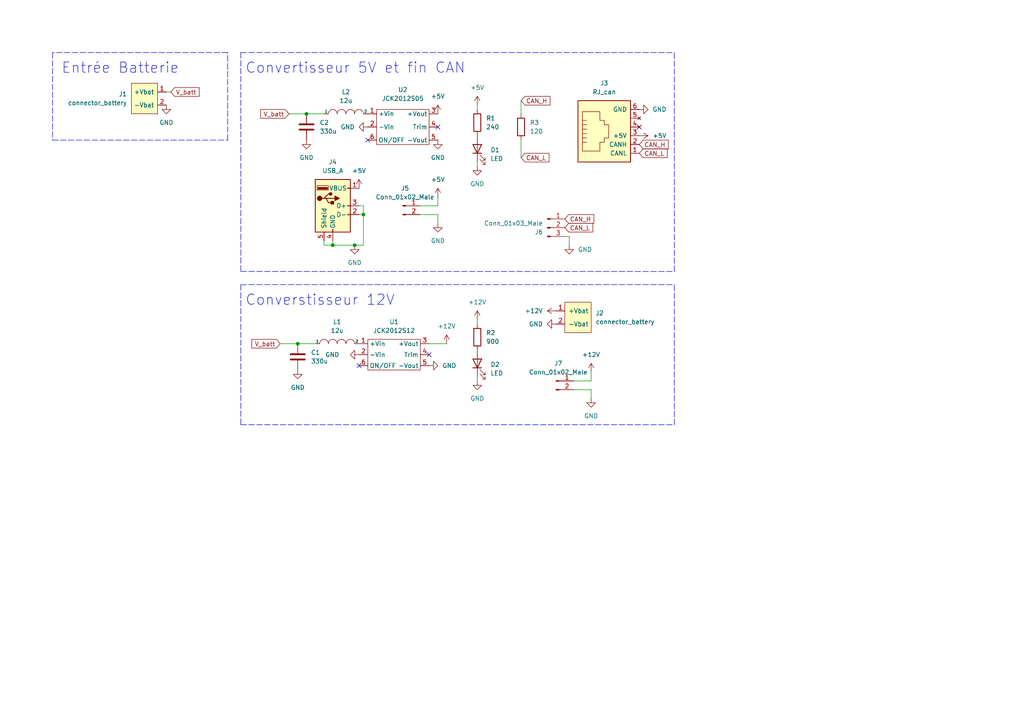
<source format=kicad_sch>
(kicad_sch (version 20211123) (generator eeschema)
  (paper "A4")
  (title_block (title "Carte Alimentation 2022") (date "2022-07-09") (rev "BAC") (company "Club Robot") (comment 1 "Andrea Pérez Fernández"))
  (lib_symbols
    (symbol "Connector:Conn_01x02_Male" (pin_names (offset 1.016) hide)
      (property "Reference" "J" (at 0 2.54 0))
      (property "Value" "Conn_01x02_Male" (at 0 -5.08 0))
      (symbol "Conn_01x02_Male_1_1"
        (polyline (pts (xy 1.27 -2.54) (xy 0.8636 -2.54)) (stroke (width 0.1524)))
        (polyline (pts (xy 1.27 0) (xy 0.8636 0)) (stroke (width 0.1524)))
        (rectangle (start 0.8636 -2.413) (end 0 -2.667) (stroke (width 0.1524)) (fill (type outline)))
        (rectangle (start 0.8636 0.127) (end 0 -0.127) (stroke (width 0.1524)) (fill (type outline)))
        (pin passive line (at 5.08 0 180) (length 3.81) (name "Pin_1") (number "1"))
        (pin passive line (at 5.08 -2.54 180) (length 3.81) (name "Pin_2") (number "2"))
      )
    )
    (symbol "Connector:Conn_01x03_Male" (pin_names (offset 1.016) hide)
      (property "Reference" "J" (at 0 5.08 0))
      (property "Value" "Conn_01x03_Male" (at 0 -5.08 0))
      (symbol "Conn_01x03_Male_1_1"
        (polyline (pts (xy 1.27 -2.54) (xy 0.8636 -2.54)) (stroke (width 0.1524)))
        (polyline (pts (xy 1.27 0) (xy 0.8636 0)) (stroke (width 0.1524)))
        (polyline (pts (xy 1.27 2.54) (xy 0.8636 2.54)) (stroke (width 0.1524)))
        (rectangle (start 0.8636 -2.413) (end 0 -2.667) (stroke (width 0.1524)) (fill (type outline)))
        (rectangle (start 0.8636 0.127) (end 0 -0.127) (stroke (width 0.1524)) (fill (type outline)))
        (rectangle (start 0.8636 2.667) (end 0 2.413) (stroke (width 0.1524)) (fill (type outline)))
        (pin passive line (at 5.08 2.54 180) (length 3.81) (name "Pin_1") (number "1"))
        (pin passive line (at 5.08 0 180) (length 3.81) (name "Pin_2") (number "2"))
        (pin passive line (at 5.08 -2.54 180) (length 3.81) (name "Pin_3") (number "3"))
      )
    )
    (symbol "Connector:USB_A" (pin_names (offset 1.016))
      (property "Reference" "J" (at -5.08 11.43 0))
      (property "Value" "USB_A" (at -5.08 8.89 0))
      (symbol "USB_A_0_1"
        (rectangle (start -5.08 -7.62) (end 5.08 7.62) (stroke (width 0.254)) (fill (type background)))
        (circle (center -3.81 2.159) (radius 0.635) (stroke (width 0.254)) (fill (type outline)))
        (rectangle (start -1.524 4.826) (end -4.318 5.334) (fill (type outline)))
        (rectangle (start -1.27 4.572) (end -4.572 5.842))
        (circle (center -0.635 3.429) (radius 0.381) (stroke (width 0.254)) (fill (type outline)))
        (rectangle (start -0.127 -7.62) (end 0.127 -6.858))
        (polyline (pts (xy -3.175 2.159) (xy -2.54 2.159) (xy -1.27 3.429) (xy -0.635 3.429)) (stroke (width 0.254)))
        (polyline (pts (xy -2.54 2.159) (xy -1.905 2.159) (xy -1.27 0.889) (xy 0 0.889)) (stroke (width 0.254)))
        (polyline (pts (xy 0.635 2.794) (xy 0.635 1.524) (xy 1.905 2.159) (xy 0.635 2.794)) (stroke (width 0.254)) (fill (type outline)))
        (rectangle (start 0.254 1.27) (end -0.508 0.508) (stroke (width 0.254)) (fill (type outline)))
        (rectangle (start 5.08 -2.667) (end 4.318 -2.413))
        (rectangle (start 5.08 -0.127) (end 4.318 0.127))
        (rectangle (start 5.08 4.953) (end 4.318 5.207))
      )
      (symbol "USB_A_1_1"
        (polyline (pts (xy -1.905 2.159) (xy 0.635 2.159)) (stroke (width 0.254)))
        (pin power_in line (at 7.62 5.08 180) (length 2.54) (name "VBUS") (number "1"))
        (pin bidirectional line (at 7.62 -2.54 180) (length 2.54) (name "D-") (number "2"))
        (pin bidirectional line (at 7.62 0 180) (length 2.54) (name "D+") (number "3"))
        (pin power_in line (at 0 -10.16 90) (length 2.54) (name "GND") (number "4"))
        (pin passive line (at -2.54 -10.16 90) (length 2.54) (name "Shield") (number "5"))
      )
    )
    (symbol "Device:C" (pin_numbers hide) (pin_names (offset 0.254))
      (property "Reference" "C" (at 0.635 2.54 0))
      (property "Value" "C" (at 0.635 -2.54 0))
      (symbol "C_0_1"
        (polyline (pts (xy -2.032 -0.762) (xy 2.032 -0.762)) (stroke (width 0.508)))
        (polyline (pts (xy -2.032 0.762) (xy 2.032 0.762)) (stroke (width 0.508)))
      )
      (symbol "C_1_1"
        (pin passive line (at 0 3.81 270) (length 2.794) (name "~") (number "1"))
        (pin passive line (at 0 -3.81 90) (length 2.794) (name "~") (number "2"))
      )
    )
    (symbol "Device:LED" (pin_numbers hide) (pin_names (offset 1.016) hide)
      (property "Reference" "D" (at 0 2.54 0))
      (property "Value" "LED" (at 0 -2.54 0))
      (symbol "LED_0_1"
        (polyline (pts (xy -1.27 -1.27) (xy -1.27 1.27)) (stroke (width 0.254)))
        (polyline (pts (xy -1.27 0) (xy 1.27 0)))
        (polyline (pts (xy 1.27 -1.27) (xy 1.27 1.27) (xy -1.27 0) (xy 1.27 -1.27)) (stroke (width 0.254)))
        (polyline (pts (xy -3.048 -0.762) (xy -4.572 -2.286) (xy -3.81 -2.286) (xy -4.572 -2.286) (xy -4.572 -1.524)))
        (polyline (pts (xy -1.778 -0.762) (xy -3.302 -2.286) (xy -2.54 -2.286) (xy -3.302 -2.286) (xy -3.302 -1.524)))
      )
      (symbol "LED_1_1"
        (pin passive line (at -3.81 0 0) (length 2.54) (name "K") (number "1"))
        (pin passive line (at 3.81 0 180) (length 2.54) (name "A") (number "2"))
      )
    )
    (symbol "Device:R" (pin_numbers hide) (pin_names (offset 0))
      (property "Reference" "R" (at 2.032 0 90))
      (property "Value" "R" (at 0 0 90))
      (symbol "R_0_1"
        (rectangle (start -1.016 -2.54) (end 1.016 2.54) (stroke (width 0.254)))
      )
      (symbol "R_1_1"
        (pin passive line (at 0 3.81 270) (length 1.27) (name "~") (number "1"))
        (pin passive line (at 0 -3.81 90) (length 1.27) (name "~") (number "2"))
      )
    )
    (symbol "Robot:JCK2012S05"
      (property "Reference" "U" (at 0 5.715 0))
      (property "Value" "JCK2012S05" (at 0 7.62 0))
      (symbol "JCK2012S05_0_1"
        (rectangle (start -7.62 5.08) (end 7.62 -5.08))
      )
      (symbol "JCK2012S05_1_1"
        (pin power_in line (at -10.16 3.81 0) (length 2.54) (name "+Vin") (number "1"))
        (pin power_in line (at -10.16 0 0) (length 2.54) (name "-Vin") (number "2"))
        (pin power_out line (at 10.16 3.81 180) (length 2.54) (name "+Vout") (number "3"))
        (pin bidirectional line (at 10.16 0 180) (length 2.54) (name "Trim") (number "4"))
        (pin power_out line (at 10.16 -3.81 180) (length 2.54) (name "-Vout") (number "5"))
        (pin bidirectional line (at -10.16 -3.81 0) (length 2.54) (name "ON/OFF") (number "6"))
      )
    )
    (symbol "Robot:JCK2012S12"
      (property "Reference" "U" (at 0 5.715 0))
      (property "Value" "JCK2012S12" (at 0 7.62 0))
      (symbol "JCK2012S12_0_1"
        (rectangle (start 7.62 -4.445) (end -7.62 4.445))
      )
      (symbol "JCK2012S12_1_1"
        (pin power_in line (at -10.16 3.175 0) (length 2.54) (name "+Vin") (number "1"))
        (pin power_in line (at -10.16 0 0) (length 2.54) (name "-Vin") (number "2"))
        (pin power_out line (at 10.16 3.175 180) (length 2.54) (name "+Vout") (number "3"))
        (pin bidirectional line (at 10.16 0 180) (length 2.54) (name "Trim") (number "4"))
        (pin power_out line (at 10.16 -3.175 180) (length 2.54) (name "-Vout") (number "5"))
        (pin bidirectional line (at -10.16 -3.175 0) (length 2.54) (name "ON/OFF") (number "6"))
      )
    )
    (symbol "Robot:RJ_can" (pin_names (offset 1.016))
      (property "Reference" "J1" (at 0 15.24 0))
      (property "Value" "RJ_can" (at 0 12.7 0))
      (symbol "RJ_can_0_1"
        (polyline (pts (xy -6.35 -1.905) (xy -5.08 -1.905) (xy -5.08 -1.905)))
        (polyline (pts (xy -6.35 -0.635) (xy -5.08 -0.635) (xy -5.08 -0.635)))
        (polyline (pts (xy -6.35 0.635) (xy -5.08 0.635) (xy -5.08 0.635)))
        (polyline (pts (xy -6.35 1.905) (xy -5.08 1.905) (xy -5.08 1.905)))
        (polyline (pts (xy -6.35 3.175) (xy -5.08 3.175) (xy -5.08 3.175)))
        (polyline (pts (xy -5.08 4.445) (xy -6.35 4.445) (xy -6.35 4.445)))
        (polyline (pts (xy -6.35 -4.445) (xy -6.35 6.985) (xy -1.27 6.985) (xy -1.27 4.445) (xy 0 4.445) (xy 0 3.175) (xy 1.27 3.175) (xy 1.27 -0.635) (xy 0 -0.635) (xy 0 -1.905) (xy -1.27 -1.905) (xy -1.27 -4.445) (xy -6.35 -4.445) (xy -6.35 -4.445)))
        (rectangle (start 7.62 10.16) (end -7.62 -7.62) (stroke (width 0.254)) (fill (type background)))
      )
      (symbol "RJ_can_1_1"
        (pin bidirectional line (at 10.16 -5.08 180) (length 2.54) (name "CANL") (number "1"))
        (pin passive line (at 10.16 -2.54 180) (length 2.54) (name "CANH") (number "2"))
        (pin power_out line (at 10.16 0 180) (length 2.54) (name "+5V") (number "3"))
        (pin no_connect line (at 10.16 2.54 180) (length 2.54) (name "") (number "4"))
        (pin no_connect line (at 10.16 5.08 180) (length 2.54) (name "~") (number "5"))
        (pin power_out line (at 10.16 7.62 180) (length 2.54) (name "GND") (number "6"))
      )
    )
    (symbol "Robot:connector_battery" (pin_names (offset 1))
      (property "Reference" "J" (at 0 0 0))
      (property "Value" "connector_battery" (at 0 1.905 0))
      (symbol "connector_battery_0_1"
        (rectangle (start -6.35 -1.27) (end 1.27 -10.16) (fill (type background)))
      )
      (symbol "connector_battery_1_1"
        (pin power_out line (at 3.81 -3.81 180) (length 2.54) (name "+Vbat") (number "1"))
        (pin power_out line (at 3.81 -7.62 180) (length 2.54) (name "-Vbat") (number "2"))
      )
    )
    (symbol "power:+12V" (power) (pin_names (offset 0))
      (property "Value" "+12V" (at 0 3.556 0))
      (symbol "+12V_0_1"
        (polyline (pts (xy -0.762 1.27) (xy 0 2.54)))
        (polyline (pts (xy 0 0) (xy 0 2.54)))
        (polyline (pts (xy 0 2.54) (xy 0.762 1.27)))
      )
      (symbol "+12V_1_1"
        (pin power_in line (at 0 0 90) (length 0) hide (name "+12V") (number "1"))
      )
    )
    (symbol "power:+5V" (power) (pin_names (offset 0))
      (property "Value" "+5V" (at 0 3.556 0))
      (symbol "+5V_0_1"
        (polyline (pts (xy -0.762 1.27) (xy 0 2.54)))
        (polyline (pts (xy 0 0) (xy 0 2.54)))
        (polyline (pts (xy 0 2.54) (xy 0.762 1.27)))
      )
      (symbol "+5V_1_1"
        (pin power_in line (at 0 0 90) (length 0) hide (name "+5V") (number "1"))
      )
    )
    (symbol "power:GND" (power) (pin_names (offset 0))
      (property "Value" "GND" (at 0 -3.81 0))
      (symbol "GND_0_1"
        (polyline (pts (xy 0 0) (xy 0 -1.27) (xy 1.27 -1.27) (xy 0 -2.54) (xy -1.27 -1.27) (xy 0 -1.27)))
      )
      (symbol "GND_1_1"
        (pin power_in line (at 0 0 270) (length 0) hide (name "GND") (number "1"))
      )
    )
    (symbol "pspice:INDUCTOR" (pin_numbers hide) (pin_names (offset 0))
      (property "Reference" "L" (at 0 2.54 0))
      (property "Value" "INDUCTOR" (at 0 -1.27 0))
      (symbol "INDUCTOR_0_1"
        (arc (start -2.54 0) (mid -3.81 1.27) (end -5.08 0))
        (arc (start 0 0) (mid -1.27 1.27) (end -2.54 0))
        (arc (start 2.54 0) (mid 1.27 1.27) (end 0 0))
        (arc (start 5.08 0) (mid 3.81 1.27) (end 2.54 0))
      )
      (symbol "INDUCTOR_1_1"
        (pin input line (at -6.35 0 0) (length 1.27) (name "1") (number "1"))
        (pin input line (at 6.35 0 180) (length 1.27) (name "2") (number "2"))
      )
    )
  )
  (junction (at 105.41 62.23))
  (junction (at 102.87 71.12))
  (junction (at 86.36 99.695))
  (junction (at 88.9 33.02))
  (junction (at 96.52 71.12))
  (no_connect (at 124.46 102.87))
  (no_connect (at 127 36.83))
  (no_connect (at 106.68 40.64))
  (no_connect (at 185.42 36.83))
  (no_connect (at 104.14 106.045))
  (wire (pts (xy 88.9 33.02) (xy 93.98 33.02)))
  (wire (pts (xy 138.43 92.71) (xy 138.43 93.98)))
  (wire (pts (xy 93.98 71.12) (xy 96.52 71.12)))
  (polyline (pts (xy 66.04 15.24) (xy 15.24 15.24)))
  (wire (pts (xy 151.13 40.64) (xy 151.13 45.72)))
  (wire (pts (xy 166.37 110.49) (xy 171.45 110.49)))
  (wire (pts (xy 105.41 62.23) (xy 105.41 59.69)))
  (wire (pts (xy 105.41 71.12) (xy 105.41 62.23)))
  (polyline (pts (xy 69.85 78.74) (xy 195.58 78.74)))
  (wire (pts (xy 165.1 71.12) (xy 165.1 68.58)))
  (wire (pts (xy 127 59.69) (xy 127 57.15)))
  (polyline (pts (xy 195.58 123.19) (xy 195.58 82.55)))
  (wire (pts (xy 96.52 71.12) (xy 96.52 69.85)))
  (wire (pts (xy 121.92 59.69) (xy 127 59.69)))
  (polyline (pts (xy 15.24 15.24) (xy 15.24 40.64)))
  (wire (pts (xy 49.53 26.67) (xy 48.26 26.67)))
  (wire (pts (xy 151.13 29.21) (xy 151.13 33.02)))
  (wire (pts (xy 138.43 48.26) (xy 138.43 46.99)))
  (polyline (pts (xy 69.85 15.24) (xy 69.85 78.74)))
  (polyline (pts (xy 69.85 123.19) (xy 195.58 123.19)))
  (wire (pts (xy 124.46 99.695) (xy 129.54 99.695)))
  (wire (pts (xy 171.45 110.49) (xy 171.45 107.95)))
  (wire (pts (xy 81.28 99.695) (xy 86.36 99.695)))
  (wire (pts (xy 96.52 71.12) (xy 102.87 71.12)))
  (wire (pts (xy 102.87 71.12) (xy 105.41 71.12)))
  (wire (pts (xy 104.14 62.23) (xy 105.41 62.23)))
  (wire (pts (xy 165.1 68.58) (xy 163.83 68.58)))
  (wire (pts (xy 127 62.23) (xy 127 64.77)))
  (polyline (pts (xy 195.58 78.74) (xy 195.58 15.24)))
  (polyline (pts (xy 66.04 40.64) (xy 66.04 15.24)))
  (wire (pts (xy 138.43 110.49) (xy 138.43 109.22)))
  (wire (pts (xy 138.43 30.48) (xy 138.43 31.75)))
  (wire (pts (xy 86.36 99.695) (xy 91.44 99.695)))
  (wire (pts (xy 93.98 69.85) (xy 93.98 71.12)))
  (wire (pts (xy 105.41 59.69) (xy 104.14 59.69)))
  (wire (pts (xy 121.92 62.23) (xy 127 62.23)))
  (wire (pts (xy 171.45 113.03) (xy 171.45 115.57)))
  (polyline (pts (xy 69.85 82.55) (xy 195.58 82.55)))
  (wire (pts (xy 83.82 33.02) (xy 88.9 33.02)))
  (polyline (pts (xy 69.85 15.24) (xy 195.58 15.24)))
  (polyline (pts (xy 69.85 82.55) (xy 69.85 123.19)))
  (wire (pts (xy 166.37 113.03) (xy 171.45 113.03)))
  (polyline (pts (xy 15.24 40.64) (xy 66.04 40.64)))
  (text "Convertisseur 5V et fin CAN\n" (at 71.12 21.59 0) (effects (font (size 3 3)) (justify left bottom)))
  (text "Converstisseur 12V" (at 71.12 88.9 0) (effects (font (size 3 3)) (justify left bottom)))
  (text "Entrée Batterie\n" (at 17.78 21.59 0) (effects (font (size 3 3)) (justify left bottom)))
  (global_label "V_batt" (shape input) (at 83.82 33.02 180) (property "Referencias entre hojas" "${INTERSHEET_REFS}" (effects hide)))
  (global_label "CAN_H" (shape input) (at 151.13 29.21 0) (property "Referencias entre hojas" "${INTERSHEET_REFS}" (effects hide)))
  (global_label "V_batt" (shape input) (at 81.28 99.695 180) (property "Referencias entre hojas" "${INTERSHEET_REFS}" (effects hide)))
  (global_label "CAN_H" (shape input) (at 163.83 63.5 0) (property "Referencias entre hojas" "${INTERSHEET_REFS}" (effects hide)))
  (global_label "CAN_L" (shape input) (at 163.83 66.04 0) (property "Referencias entre hojas" "${INTERSHEET_REFS}" (effects hide)))
  (global_label "CAN_L" (shape input) (at 151.13 45.72 0) (property "Referencias entre hojas" "${INTERSHEET_REFS}" (effects hide)))
  (global_label "CAN_L" (shape input) (at 185.42 44.45 0) (property "Referencias entre hojas" "${INTERSHEET_REFS}" (effects hide)))
  (global_label "V_batt" (shape input) (at 49.53 26.67 0) (property "Referencias entre hojas" "${INTERSHEET_REFS}" (effects hide)))
  (global_label "CAN_H" (shape input) (at 185.42 41.91 0) (property "Referencias entre hojas" "${INTERSHEET_REFS}" (effects hide)))
  (symbol (lib_id "Robot:JCK2012S05") (at 116.84 36.83 0) (unit 1)
    (property "Reference" "U2" (at 116.84 26.035 0))
    (property "Value" "JCK2012S05" (at 116.84 28.575 0))
    (property "Footprint" "Robot:JCK" (effects hide))
  )
  (symbol (lib_id "Robot:RJ_can") (at 175.26 39.37 0) (unit 1)
    (property "Reference" "J3" (at 175.26 24.13 0))
    (property "Value" "RJ_can" (at 175.26 26.67 0))
    (property "Footprint" "Robot:RJ12" (effects hide))
    (property "Datasheet" "https://www.notion.so/fb11deb952ea4e10a2e068dc0e72e040" (effects hide))
  )
  (symbol (lib_id "Device:R") (at 138.43 97.79 0) (unit 1)
    (property "Reference" "R2" (at 140.97 96.5199 0) (effects (justify left)))
    (property "Value" "900" (at 140.97 99.0599 0) (effects (justify left)))
    (property "Footprint" "Resistor_SMD:R_0805_2012Metric_Pad1.20x1.40mm_HandSolder" (effects hide))
  )
  (symbol (lib_id "Device:C") (at 86.36 103.505 0) (unit 1)
    (property "Reference" "C1" (at 90.17 102.2349 0) (effects (justify left)))
    (property "Value" "330u" (at 90.17 104.7749 0) (effects (justify left)))
    (property "Footprint" "Capacitor_THT:CP_Radial_D7.5mm_P2.50mm" (effects hide))
  )
  (symbol (lib_id "power:+5V") (at 104.14 54.61 0) (unit 1)
    (property "Reference" "#PWR02" (effects hide))
    (property "Value" "+5V" (at 104.14 49.53 0))
  )
  (symbol (lib_id "power:GND") (at 165.1 71.12 0) (unit 1)
    (property "Reference" "#PWR05" (effects hide))
    (property "Value" "GND" (at 167.64 72.3899 0) (effects (justify left)))
  )
  (symbol (lib_id "Device:R") (at 138.43 35.56 0) (unit 1)
    (property "Reference" "R1" (at 140.97 34.2899 0) (effects (justify left)))
    (property "Value" "240" (at 140.97 36.8299 0) (effects (justify left)))
    (property "Footprint" "Resistor_SMD:R_0805_2012Metric_Pad1.20x1.40mm_HandSolder" (effects hide))
  )
  (symbol (lib_id "Robot:JCK2012S12") (at 114.3 102.87 0) (unit 1)
    (property "Reference" "U1" (at 114.3 93.345 0))
    (property "Value" "JCK2012S12" (at 114.3 95.885 0))
    (property "Footprint" "Robot:JCK" (effects hide))
  )
  (symbol (lib_id "Device:R") (at 151.13 36.83 0) (unit 1)
    (property "Reference" "R3" (at 153.67 35.5599 0) (effects (justify left)))
    (property "Value" "120" (at 153.67 38.0999 0) (effects (justify left)))
    (property "Footprint" "Resistor_SMD:R_0805_2012Metric_Pad1.20x1.40mm_HandSolder" (effects hide))
  )
  (symbol (lib_id "power:GND") (at 138.43 110.49 0) (unit 1)
    (property "Reference" "#PWR0112" (effects hide))
    (property "Value" "GND" (at 138.43 115.57 0))
  )
  (symbol (lib_id "Connector:Conn_01x03_Male") (at 158.75 66.04 0) (unit 1)
    (property "Reference" "J6" (at 157.48 67.3101 0) (effects (justify right)))
    (property "Value" "Conn_01x03_Male" (at 157.48 64.7701 0) (effects (justify right)))
    (property "Footprint" "Connector_PinHeader_2.54mm:PinHeader_1x03_P2.54mm_Horizontal" (effects hide))
  )
  (symbol (lib_id "power:GND") (at 138.43 48.26 0) (unit 1)
    (property "Reference" "#PWR0115" (effects hide))
    (property "Value" "GND" (at 138.43 53.34 0))
  )
  (symbol (lib_id "power:+5V") (at 185.42 39.37 270) (unit 1)
    (property "Reference" "#PWR0116" (effects hide))
    (property "Value" "+5V" (at 189.23 39.3699 90) (effects (justify left)))
  )
  (symbol (lib_id "power:+12V") (at 129.54 99.695 0) (unit 1)
    (property "Reference" "#PWR0110" (effects hide))
    (property "Value" "+12V" (at 129.54 94.615 0))
  )
  (symbol (lib_id "power:+5V") (at 127 33.02 0) (unit 1)
    (property "Reference" "#PWR0104" (effects hide))
    (property "Value" "+5V" (at 127 27.94 0))
  )
  (symbol (lib_id "Connector:USB_A") (at 96.52 59.69 0) (unit 1)
    (property "Reference" "J4" (at 96.52 46.99 0))
    (property "Value" "USB_A" (at 96.52 49.53 0))
    (property "Footprint" "Robot:USB_A" (effects hide))
    (property "Datasheet" " ~" (effects hide))
  )
  (symbol (lib_id "power:GND") (at 104.14 102.87 270) (unit 1)
    (property "Reference" "#PWR0106" (effects hide))
    (property "Value" "GND" (at 98.425 102.8699 90) (effects (justify right)))
  )
  (symbol (lib_id "Robot:connector_battery") (at 44.45 22.86 0) (unit 1)
    (property "Reference" "J1" (at 36.83 27.3049 0) (effects (justify right)))
    (property "Value" "connector_battery" (at 36.83 29.8449 0) (effects (justify right)))
    (property "Footprint" "Robot:WR_TBL_3137_2pins" (effects hide))
  )
  (symbol (lib_id "power:+12V") (at 138.43 92.71 0) (unit 1)
    (property "Reference" "#PWR0111" (effects hide))
    (property "Value" "+12V" (at 138.43 87.63 0))
  )
  (symbol (lib_id "Device:LED") (at 138.43 43.18 90) (unit 1)
    (property "Reference" "D1" (at 142.24 43.4974 90) (effects (justify right)))
    (property "Value" "LED" (at 142.24 46.0374 90) (effects (justify right)))
    (property "Footprint" "LED_THT:LED_D5.0mm" (effects hide))
  )
  (symbol (lib_id "power:GND") (at 102.87 71.12 0) (unit 1)
    (property "Reference" "#PWR01" (effects hide))
    (property "Value" "GND" (at 102.87 76.2 0))
  )
  (symbol (lib_id "power:GND") (at 124.46 106.045 90) (unit 1)
    (property "Reference" "#PWR0109" (effects hide))
    (property "Value" "GND" (at 128.27 106.0449 90) (effects (justify right)))
  )
  (symbol (lib_id "Device:LED") (at 138.43 105.41 90) (unit 1)
    (property "Reference" "D2" (at 142.24 105.7274 90) (effects (justify right)))
    (property "Value" "LED" (at 142.24 108.2674 90) (effects (justify right)))
    (property "Footprint" "LED_THT:LED_D5.0mm" (effects hide))
  )
  (symbol (lib_id "power:GND") (at 86.36 107.315 0) (unit 1)
    (property "Reference" "#PWR0107" (effects hide))
    (property "Value" "GND" (at 86.36 112.395 0))
  )
  (symbol (lib_id "power:GND") (at 106.68 36.83 270) (unit 1)
    (property "Reference" "#PWR0102" (effects hide))
    (property "Value" "GND" (at 102.87 36.8299 90) (effects (justify right)))
  )
  (symbol (lib_id "power:GND") (at 127 64.77 0) (unit 1)
    (property "Reference" "#PWR04" (effects hide))
    (property "Value" "GND" (at 127 69.85 0))
  )
  (symbol (lib_id "power:GND") (at 171.45 115.57 0) (unit 1)
    (property "Reference" "#PWR07" (effects hide))
    (property "Value" "GND" (at 171.45 120.65 0))
  )
  (symbol (lib_id "power:GND") (at 48.26 30.48 0) (mirror y) (unit 1)
    (property "Reference" "#PWR0103" (effects hide))
    (property "Value" "GND" (at 48.26 35.56 0))
  )
  (symbol (lib_id "power:GND") (at 185.42 31.75 90) (unit 1)
    (property "Reference" "#PWR0117" (effects hide))
    (property "Value" "GND" (at 189.23 31.7499 90) (effects (justify right)))
  )
  (symbol (lib_id "power:GND") (at 161.29 93.98 270) (unit 1)
    (property "Reference" "#PWR0114" (effects hide))
    (property "Value" "GND" (at 157.48 93.9799 90) (effects (justify right)))
  )
  (symbol (lib_id "power:+12V") (at 161.29 90.17 90) (unit 1)
    (property "Reference" "#PWR0113" (effects hide))
    (property "Value" "+12V" (at 157.48 90.1699 90) (effects (justify left)))
  )
  (symbol (lib_id "power:+5V") (at 138.43 30.48 0) (unit 1)
    (property "Reference" "#PWR0105" (effects hide))
    (property "Value" "+5V" (at 138.43 25.4 0))
  )
  (symbol (lib_id "power:+12V") (at 171.45 107.95 0) (unit 1)
    (property "Reference" "#PWR06" (effects hide))
    (property "Value" "+12V" (at 171.45 102.87 0))
  )
  (symbol (lib_id "pspice:INDUCTOR") (at 100.33 33.02 0) (unit 1)
    (property "Reference" "L2" (at 100.33 26.67 0))
    (property "Value" "12u" (at 100.33 29.21 0))
    (property "Footprint" "Inductor_THT:L_Radial_D7.8mm_P5.00mm_Fastron_07HCP" (effects hide))
  )
  (symbol (lib_id "Connector:Conn_01x02_Male") (at 161.29 110.49 0) (unit 1)
    (property "Reference" "J7" (at 161.925 105.41 0))
    (property "Value" "Conn_01x02_Male" (at 161.925 107.95 0))
    (property "Footprint" "Connector_PinHeader_2.54mm:PinHeader_1x02_P2.54mm_Horizontal" (effects hide))
  )
  (symbol (lib_id "power:GND") (at 127 40.64 0) (unit 1)
    (property "Reference" "#PWR0108" (effects hide))
    (property "Value" "GND" (at 127 45.72 0))
  )
  (symbol (lib_id "power:+5V") (at 127 57.15 0) (unit 1)
    (property "Reference" "#PWR03" (effects hide))
    (property "Value" "+5V" (at 127 52.07 0))
  )
  (symbol (lib_id "pspice:INDUCTOR") (at 97.79 99.695 0) (unit 1)
    (property "Reference" "L1" (at 97.79 93.345 0))
    (property "Value" "12u" (at 97.79 95.885 0))
    (property "Footprint" "Inductor_THT:L_Radial_D7.8mm_P5.00mm_Fastron_07HCP" (effects hide))
  )
  (symbol (lib_id "Connector:Conn_01x02_Male") (at 116.84 59.69 0) (unit 1)
    (property "Reference" "J5" (at 117.475 54.61 0))
    (property "Value" "Conn_01x02_Male" (at 117.475 57.15 0))
    (property "Footprint" "Connector_PinHeader_2.54mm:PinHeader_1x02_P2.54mm_Horizontal" (effects hide))
  )
  (symbol (lib_id "Device:C") (at 88.9 36.83 0) (unit 1)
    (property "Reference" "C2" (at 92.71 35.5599 0) (effects (justify left)))
    (property "Value" "330u" (at 92.71 38.0999 0) (effects (justify left)))
    (property "Footprint" "Capacitor_THT:CP_Radial_D7.5mm_P2.50mm" (effects hide))
  )
  (symbol (lib_id "Robot:connector_battery") (at 165.1 86.36 0) (mirror y) (unit 1)
    (property "Reference" "J2" (at 172.72 90.8049 0) (effects (justify right)))
    (property "Value" "connector_battery" (at 172.72 93.3449 0) (effects (justify right)))
    (property "Footprint" "Robot:WR_TBL_3137_2pins" (effects hide))
  )
  (symbol (lib_id "power:GND") (at 88.9 40.64 0) (unit 1)
    (property "Reference" "#PWR0101" (effects hide))
    (property "Value" "GND" (at 88.9 45.72 0))
  )
)
</source>
